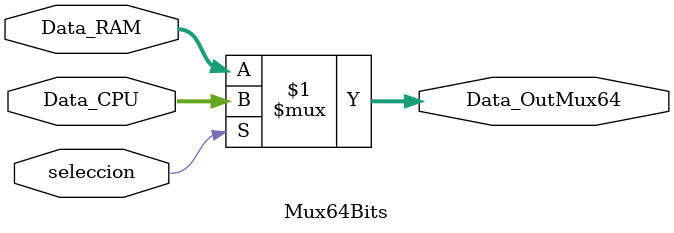
<source format=sv>
`timescale 1ns / 1ps


module Mux64Bits # (parameter SizeDataMux = 64)
   (
    input logic [SizeDataMux-1:0] Data_RAM,
    input logic [SizeDataMux-1:0] Data_CPU,
    input logic                seleccion,
    output logic [SizeDataMux-1:0] Data_OutMux64
    );
    
    assign Data_OutMux64 = seleccion? Data_CPU:Data_RAM; //Si seleccion es 1, Data_OutMux64 = Data_CPU
                                                        //Si es 0, Data_OutMux64 = Data_RAM
    
    
endmodule

</source>
